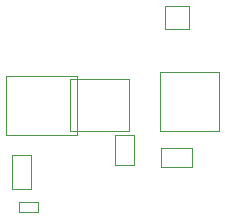
<source format=gbr>
G04 #@! TF.GenerationSoftware,KiCad,Pcbnew,9.0.4*
G04 #@! TF.CreationDate,2025-10-13T14:39:45-04:00*
G04 #@! TF.ProjectId,bldc motor controller,626c6463-206d-46f7-946f-7220636f6e74,rev?*
G04 #@! TF.SameCoordinates,Original*
G04 #@! TF.FileFunction,Other,User*
%FSLAX46Y46*%
G04 Gerber Fmt 4.6, Leading zero omitted, Abs format (unit mm)*
G04 Created by KiCad (PCBNEW 9.0.4) date 2025-10-13 14:39:45*
%MOMM*%
%LPD*%
G01*
G04 APERTURE LIST*
%ADD10C,0.051000*%
G04 APERTURE END LIST*
D10*
G04 #@! TO.C,SW2*
X150200000Y-93750000D02*
X147600000Y-93750000D01*
X150200000Y-92150000D02*
X150200000Y-93750000D01*
X147600000Y-93750000D02*
X147600000Y-92150000D01*
X147600000Y-92150000D02*
X150200000Y-92150000D01*
G04 #@! TO.C,SW1*
X143700000Y-93600000D02*
X143700000Y-91000000D01*
X145300000Y-93600000D02*
X143700000Y-93600000D01*
X143700000Y-91000000D02*
X145300000Y-91000000D01*
X145300000Y-91000000D02*
X145300000Y-93600000D01*
G04 #@! TO.C,LED1*
X135550500Y-96700000D02*
X137150500Y-96700000D01*
X135550500Y-97500000D02*
X135550500Y-96700000D01*
X137150500Y-96700000D02*
X137150500Y-97500000D01*
X137150500Y-97500000D02*
X135550500Y-97500000D01*
G04 #@! TO.C,U1*
X134450000Y-85999750D02*
X134450000Y-90999750D01*
X134450000Y-90999750D02*
X140450000Y-90999750D01*
X140450000Y-85999750D02*
X134450000Y-85999750D01*
X140450000Y-90999750D02*
X140450000Y-85999750D01*
G04 #@! TO.C,U6*
X147950000Y-80075000D02*
X147950000Y-82075000D01*
X147950000Y-82075000D02*
X149950000Y-82075000D01*
X149950000Y-80075000D02*
X147950000Y-80075000D01*
X149950000Y-82075000D02*
X149950000Y-80075000D01*
G04 #@! TO.C,U5*
X139900000Y-86250000D02*
X144900000Y-86250000D01*
X139900000Y-90650000D02*
X139900000Y-86250000D01*
X144900000Y-86250000D02*
X144900000Y-90650000D01*
X144900000Y-90650000D02*
X139900000Y-90650000D01*
G04 #@! TO.C,U3*
X147549995Y-85700000D02*
X147549995Y-90700000D01*
X147549995Y-90700000D02*
X152549995Y-90700000D01*
X152549995Y-85700000D02*
X147549995Y-85700000D01*
X152549995Y-90700000D02*
X152549995Y-85700000D01*
G04 #@! TO.C,U4*
X135000000Y-92714000D02*
X135000000Y-95614000D01*
X135000000Y-95614000D02*
X136600000Y-95614000D01*
X136600000Y-92714000D02*
X135000000Y-92714000D01*
X136600000Y-95614000D02*
X136600000Y-92714000D01*
G04 #@! TD*
M02*

</source>
